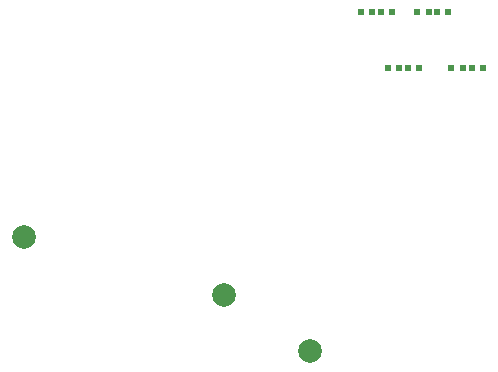
<source format=gbp>
%FSLAX25Y25*%
%MOIN*%
G70*
G01*
G75*
G04 Layer_Color=128*
%ADD10C,0.02362*%
%ADD11C,0.00984*%
%ADD12R,0.02441X0.02244*%
%ADD13R,0.02244X0.02441*%
%ADD14O,0.01378X0.06693*%
%ADD15R,0.01614X0.06299*%
%ADD16R,0.02362X0.02165*%
%ADD17R,0.01181X0.10236*%
%ADD18R,0.03000X0.03000*%
G04:AMPARAMS|DCode=19|XSize=29.53mil|YSize=16.54mil|CornerRadius=4.13mil|HoleSize=0mil|Usage=FLASHONLY|Rotation=90.000|XOffset=0mil|YOffset=0mil|HoleType=Round|Shape=RoundedRectangle|*
%AMROUNDEDRECTD19*
21,1,0.02953,0.00827,0,0,90.0*
21,1,0.02126,0.01654,0,0,90.0*
1,1,0.00827,0.00413,0.01063*
1,1,0.00827,0.00413,-0.01063*
1,1,0.00827,-0.00413,-0.01063*
1,1,0.00827,-0.00413,0.01063*
%
%ADD19ROUNDEDRECTD19*%
%ADD20O,0.03150X0.01181*%
%ADD21O,0.01181X0.03150*%
%ADD22R,0.03937X0.05906*%
%ADD23R,0.05906X0.03937*%
%ADD24O,0.01378X0.05512*%
%ADD25R,0.03819X0.03780*%
%ADD26R,0.01181X0.02165*%
%ADD27R,0.01575X0.02165*%
%ADD28R,0.03937X0.02362*%
%ADD29R,0.03000X0.03000*%
%ADD30R,0.05118X0.06102*%
%ADD31C,0.07874*%
%ADD32R,0.02756X0.00984*%
%ADD33R,0.10630X0.10630*%
%ADD34R,0.00984X0.02756*%
%ADD35R,0.06102X0.05118*%
%ADD36R,0.01575X0.01969*%
%ADD37R,0.05906X0.02165*%
%ADD38R,0.03780X0.03819*%
%ADD39R,0.13504X0.09843*%
%ADD40R,0.03937X0.06890*%
%ADD41R,0.02756X0.06890*%
%ADD42R,0.05906X0.06890*%
%ADD43R,0.03150X0.05512*%
%ADD44R,0.05906X0.03937*%
%ADD45R,0.03937X0.06102*%
%ADD46R,0.06200X0.02400*%
%ADD47O,0.06200X0.02400*%
%ADD48R,0.02400X0.06200*%
%ADD49O,0.02400X0.06200*%
%ADD50R,0.01181X0.01181*%
%ADD51R,0.01772X0.02323*%
%ADD52R,0.00787X0.01969*%
%ADD53R,0.08504X0.08898*%
%ADD54R,0.04000X0.05000*%
%ADD55R,0.05000X0.04000*%
%ADD56R,0.01378X0.07874*%
%ADD57R,0.17716X0.18110*%
%ADD58R,0.02441X0.01575*%
%ADD59R,0.04724X0.01181*%
%ADD60R,0.11811X0.10630*%
%ADD61R,0.05512X0.04528*%
%ADD62R,0.04528X0.05512*%
%ADD63R,0.01772X0.05118*%
%ADD64R,0.03740X0.03740*%
%ADD65R,0.02362X0.03937*%
%ADD66O,0.02756X0.00984*%
%ADD67O,0.00984X0.02756*%
%ADD68R,0.17126X0.17126*%
%ADD69C,0.00787*%
%ADD70C,0.00906*%
%ADD71C,0.01969*%
%ADD72C,0.01378*%
%ADD73C,0.01181*%
%ADD74C,0.02756*%
%ADD75C,0.01575*%
%ADD76C,0.00052*%
%ADD77C,0.01000*%
%ADD78C,0.07087*%
%ADD79R,0.07087X0.07087*%
%ADD80C,0.07480*%
%ADD81C,0.25590*%
%ADD82O,0.05906X0.12992*%
%ADD83O,0.05906X0.09055*%
%ADD84C,0.20866*%
%ADD85C,0.08268*%
%ADD86C,0.12795*%
%ADD87C,0.06496*%
%ADD88C,0.09843*%
%ADD89C,0.06693*%
%ADD90R,0.06693X0.06693*%
%ADD91C,0.06000*%
%ADD92R,0.06000X0.06000*%
%ADD93C,0.13780*%
%ADD94C,0.05512*%
%ADD95O,0.15748X0.07874*%
%ADD96O,0.07874X0.15748*%
%ADD97O,0.17716X0.07874*%
%ADD98C,0.04331*%
%ADD99C,0.06299*%
%ADD100C,0.11811*%
%ADD101C,0.03150*%
%ADD102O,0.04528X0.07087*%
%ADD103O,0.05709X0.07874*%
%ADD104C,0.02362*%
%ADD105C,0.00866*%
%ADD106C,0.00900*%
%ADD107C,0.00500*%
%ADD108C,0.00394*%
%ADD109C,0.00591*%
%ADD110C,0.00700*%
%ADD111C,0.00701*%
%ADD112C,0.00472*%
D13*
X359252Y273228D02*
D03*
X363032D02*
D03*
X356417D02*
D03*
X352638D02*
D03*
X370748Y254724D02*
D03*
X374528D02*
D03*
X367835D02*
D03*
X364055D02*
D03*
X349488D02*
D03*
X353268D02*
D03*
X346575D02*
D03*
X342795D02*
D03*
X340433Y273228D02*
D03*
X344213D02*
D03*
X337520D02*
D03*
X333740D02*
D03*
D31*
X288386Y179134D02*
D03*
X316732Y160236D02*
D03*
X221457Y198425D02*
D03*
M02*

</source>
